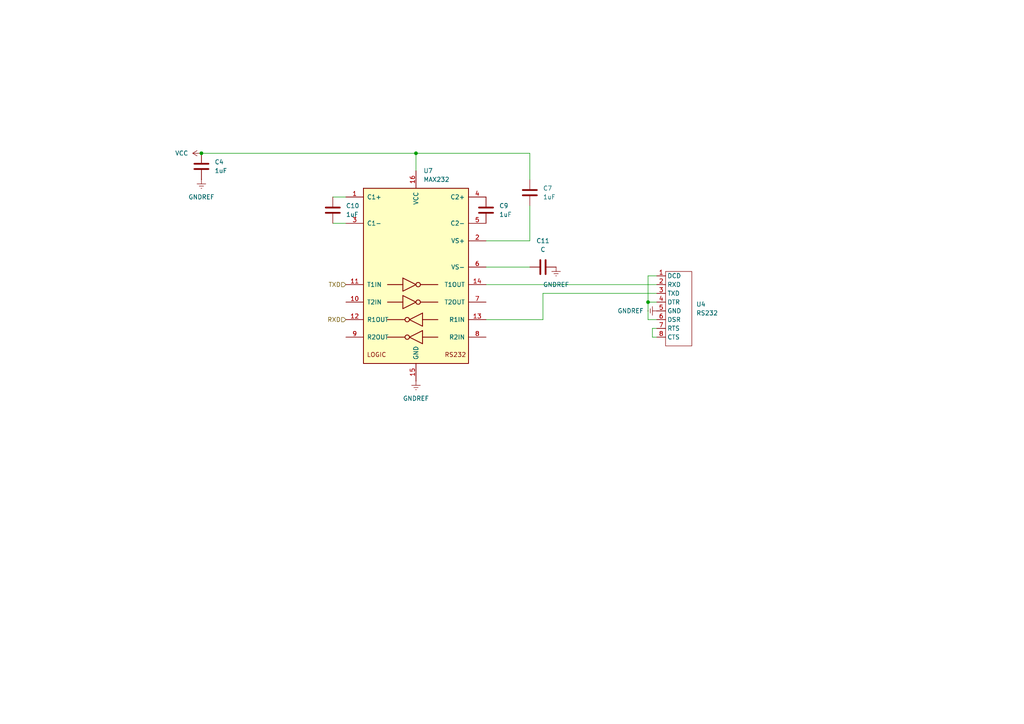
<source format=kicad_sch>
(kicad_sch (version 20250114) (generator "eeschema") (generator_version "9.0")
  (paper "A4")
  (lib_symbols
    (symbol "Device:C" (pin_numbers (hide yes)) (pin_names (offset 0.254))
      (property "Reference" "C" (at 0.635 2.54 0))
      (property "Value" "C" (at 0.635 -2.54 0))
      (symbol "C_0_1"
        (polyline (pts (xy -2.032 0.762) (xy 2.032 0.762)) (stroke (width 0.508)))
        (polyline (pts (xy -2.032 -0.762) (xy 2.032 -0.762)) (stroke (width 0.508)))
      )
      (symbol "C_1_1"
        (pin passive line (at 0 3.81 270) (length 2.794) (name "~") (number "1"))
        (pin passive line (at 0 -3.81 90) (length 2.794) (name "~") (number "2"))
      )
    )
    (symbol "ESD:MAX232" (pin_names (offset 1.016))
      (property "Reference" "U5" (at 2.1941 30.48 0))
      (property "Value" "MAX232" (at 2.1941 27.94 0))
      (symbol "MAX232_0_0"
        (text "LOGIC" (at -11.43 -22.86 0) (effects (font (size 1.27 1.27))))
        (text "RS232" (at 11.43 -22.86 0) (effects (font (size 1.27 1.27))))
      )
      (symbol "MAX232_0_1"
        (rectangle (start -15.24 -25.4) (end 15.24 25.4) (stroke (width 0.254)) (fill (type background)))
        (polyline (pts (xy -3.81 -0.635) (xy -3.81 -4.445) (xy 0 -2.54) (xy -3.81 -0.635)) (stroke (width 0.254)))
        (polyline (pts (xy -3.81 -2.54) (xy -8.255 -2.54)) (stroke (width 0.254)))
        (polyline (pts (xy -3.81 -5.715) (xy -3.81 -9.525) (xy 0 -7.62) (xy -3.81 -5.715)) (stroke (width 0.254)))
        (polyline (pts (xy -3.81 -7.62) (xy -8.255 -7.62)) (stroke (width 0.254)))
        (polyline (pts (xy -3.175 -12.7) (xy -8.255 -12.7)) (stroke (width 0.254)))
        (polyline (pts (xy -3.175 -17.78) (xy -8.255 -17.78)) (stroke (width 0.254)))
        (circle (center -2.54 -12.7) (radius 0.635) (stroke (width 0.254)))
        (circle (center -2.54 -17.78) (radius 0.635) (stroke (width 0.254)))
        (circle (center 0.635 -2.54) (radius 0.635) (stroke (width 0.254)))
        (circle (center 0.635 -7.62) (radius 0.635) (stroke (width 0.254)))
        (polyline (pts (xy 1.27 -2.54) (xy 6.35 -2.54)) (stroke (width 0.254)))
        (polyline (pts (xy 1.27 -7.62) (xy 6.35 -7.62)) (stroke (width 0.254)))
        (polyline (pts (xy 1.905 -10.795) (xy 1.905 -14.605) (xy -1.905 -12.7) (xy 1.905 -10.795)) (stroke (width 0.254)))
        (polyline (pts (xy 1.905 -12.7) (xy 6.35 -12.7)) (stroke (width 0.254)))
        (polyline (pts (xy 1.905 -15.875) (xy 1.905 -19.685) (xy -1.905 -17.78) (xy 1.905 -15.875)) (stroke (width 0.254)))
        (polyline (pts (xy 1.905 -17.78) (xy 6.35 -17.78)) (stroke (width 0.254)))
      )
      (symbol "MAX232_1_1"
        (pin passive line (at -20.32 22.86 0) (length 5.08) (name "C1+") (number "1"))
        (pin passive line (at -20.32 15.24 0) (length 5.08) (name "C1-") (number "3"))
        (pin input line (at -20.32 -2.54 0) (length 5.08) (name "T1IN") (number "11"))
        (pin input line (at -20.32 -7.62 0) (length 5.08) (name "T2IN") (number "10"))
        (pin output line (at -20.32 -12.7 0) (length 5.08) (name "R1OUT") (number "12"))
        (pin output line (at -20.32 -17.78 0) (length 5.08) (name "R2OUT") (number "9"))
        (pin power_in line (at 0 30.48 270) (length 5.08) (name "VCC") (number "16"))
        (pin power_in line (at 0 -30.48 90) (length 5.08) (name "GND") (number "15"))
        (pin passive line (at 20.32 22.86 180) (length 5.08) (name "C2+") (number "4"))
        (pin passive line (at 20.32 15.24 180) (length 5.08) (name "C2-") (number "5"))
        (pin power_out line (at 20.32 10.16 180) (length 5.08) (name "VS+") (number "2"))
        (pin power_out line (at 20.32 2.54 180) (length 5.08) (name "VS-") (number "6"))
        (pin output line (at 20.32 -2.54 180) (length 5.08) (name "T1OUT") (number "14"))
        (pin output line (at 20.32 -7.62 180) (length 5.08) (name "T2OUT") (number "7"))
        (pin input line (at 20.32 -12.7 180) (length 5.08) (name "R1IN") (number "13"))
        (pin input line (at 20.32 -17.78 180) (length 5.08) (name "R2IN") (number "8"))
      )
    )
    (symbol "ESD:RS232_"
      (property "Reference" "U9" (at 3.81 -22.86 90))
      (property "Value" "RS232" (at 8.89 -8.89 90))
      (symbol "RS232__0_1"
        (rectangle (start 0 0) (end 7.62 -21.59))
      )
      (symbol "RS232__1_1"
        (pin input line (at -2.54 -1.27 0) (length 2.54) (name "DCD") (number "1"))
        (pin output line (at -2.54 -3.81 0) (length 2.54) (name "RXD") (number "2"))
        (pin input line (at -2.54 -6.35 0) (length 2.54) (name "TXD") (number "3"))
        (pin input line (at -2.54 -8.89 0) (length 2.54) (name "DTR") (number "4"))
        (pin input line (at -2.54 -11.43 0) (length 2.54) (name "GND") (number "5"))
        (pin input line (at -2.54 -13.97 0) (length 2.54) (name "DSR") (number "6"))
        (pin input line (at -2.54 -16.51 0) (length 2.54) (name "RTS") (number "7"))
        (pin input line (at -2.54 -19.05 0) (length 2.54) (name "CTS") (number "8"))
      )
    )
    (symbol "power:GNDREF" (power) (pin_numbers (hide yes)) (pin_names (offset 0) (hide yes))
      (property "Value" "GNDREF" (at 0 -3.81 0))
      (symbol "GNDREF_0_1"
        (polyline (pts (xy -0.635 -1.905) (xy 0.635 -1.905)))
        (polyline (pts (xy -0.127 -2.54) (xy 0.127 -2.54)))
        (polyline (pts (xy 0 -1.27) (xy 0 0)))
        (polyline (pts (xy 1.27 -1.27) (xy -1.27 -1.27)))
      )
      (symbol "GNDREF_1_1"
        (pin power_in line (at 0 0 270) (length 0) (name "~") (number "1"))
      )
    )
    (symbol "power:VCC" (power) (pin_numbers (hide yes)) (pin_names (offset 0) (hide yes))
      (property "Value" "VCC" (at 0 3.556 0))
      (symbol "VCC_0_1"
        (polyline (pts (xy -0.762 1.27) (xy 0 2.54)))
        (polyline (pts (xy 0 2.54) (xy 0.762 1.27)))
        (polyline (pts (xy 0 0) (xy 0 2.54)))
      )
      (symbol "VCC_1_1"
        (pin power_in line (at 0 0 90) (length 0) (name "~") (number "1"))
      )
    )
  )
  (junction (at 120.65 44.45))
  (junction (at 58.42 44.45))
  (junction (at 187.96 87.63))
  (wire (pts (xy 153.67 44.45) (xy 153.67 52.07)))
  (wire (pts (xy 190.5 87.63) (xy 187.96 87.63)))
  (wire (pts (xy 153.67 69.85) (xy 140.97 69.85)))
  (wire (pts (xy 157.48 92.71) (xy 157.48 85.09)))
  (wire (pts (xy 58.42 44.45) (xy 120.65 44.45)))
  (wire (pts (xy 140.97 92.71) (xy 157.48 92.71)))
  (wire (pts (xy 189.23 95.25) (xy 189.23 97.79)))
  (wire (pts (xy 120.65 44.45) (xy 153.67 44.45)))
  (wire (pts (xy 96.52 57.15) (xy 100.33 57.15)))
  (wire (pts (xy 187.96 80.01) (xy 190.5 80.01)))
  (wire (pts (xy 187.96 92.71) (xy 190.5 92.71)))
  (wire (pts (xy 140.97 82.55) (xy 190.5 82.55)))
  (wire (pts (xy 120.65 44.45) (xy 120.65 49.53)))
  (wire (pts (xy 153.67 77.47) (xy 140.97 77.47)))
  (wire (pts (xy 187.96 87.63) (xy 187.96 80.01)))
  (wire (pts (xy 96.52 64.77) (xy 100.33 64.77)))
  (wire (pts (xy 189.23 97.79) (xy 190.5 97.79)))
  (wire (pts (xy 190.5 95.25) (xy 189.23 95.25)))
  (wire (pts (xy 157.48 85.09) (xy 190.5 85.09)))
  (wire (pts (xy 153.67 59.69) (xy 153.67 69.85)))
  (wire (pts (xy 187.96 87.63) (xy 187.96 92.71)))
  (hierarchical_label "TXD" (shape input) (at 100.33 82.55 180))
  (hierarchical_label "RXD" (shape input) (at 100.33 92.71 180))
  (symbol (lib_id "Device:C") (at 96.52 60.96 0) (unit 1)
    (property "Reference" "C10" (at 100.33 59.6899 0) (effects (justify left)))
    (property "Value" "1uF" (at 100.33 62.2299 0) (effects (justify left)))
    (property "Description" "Unpolarized capacitor" (effects (hide yes)))
  )
  (symbol (lib_id "Device:C") (at 153.67 55.88 0) (unit 1)
    (property "Reference" "C7" (at 157.48 54.6099 0) (effects (justify left)))
    (property "Value" "1uF" (at 157.48 57.1499 0) (effects (justify left)))
    (property "Description" "Unpolarized capacitor" (effects (hide yes)))
  )
  (symbol (lib_id "power:GNDREF") (at 190.5 90.17 270) (unit 1)
    (property "Reference" "#PWR026" (effects (hide yes)))
    (property "Value" "GNDREF" (at 186.69 90.1699 90) (effects (justify right)))
    (property "Description" "Power symbol creates a global label with name \"GNDREF\" , reference supply ground" (effects (hide yes)))
  )
  (symbol (lib_id "power:VCC") (at 58.42 44.45 90) (unit 1)
    (property "Reference" "#PWR023" (effects (hide yes)))
    (property "Value" "VCC" (at 54.61 44.4499 90) (effects (justify left)))
    (property "Description" "Power symbol creates a global label with name \"VCC\"" (effects (hide yes)))
  )
  (symbol (lib_id "ESD:RS232_") (at 193.04 78.74 0) (unit 1)
    (property "Reference" "U4" (at 201.93 88.2649 0) (effects (justify left)))
    (property "Value" "RS232" (at 201.93 90.8049 0) (effects (justify left)))
  )
  (symbol (lib_id "Device:C") (at 157.48 77.47 90) (unit 1)
    (property "Reference" "C11" (at 157.48 69.85 90))
    (property "Value" "C" (at 157.48 72.39 90))
    (property "Description" "Unpolarized capacitor" (effects (hide yes)))
  )
  (symbol (lib_id "power:GNDREF") (at 120.65 110.49 0) (unit 1)
    (property "Reference" "#PWR027" (effects (hide yes)))
    (property "Value" "GNDREF" (at 120.65 115.57 0))
    (property "Description" "Power symbol creates a global label with name \"GNDREF\" , reference supply ground" (effects (hide yes)))
  )
  (symbol (lib_id "power:GNDREF") (at 58.42 52.07 0) (unit 1)
    (property "Reference" "#PWR024" (effects (hide yes)))
    (property "Value" "GNDREF" (at 58.42 57.15 0))
    (property "Description" "Power symbol creates a global label with name \"GNDREF\" , reference supply ground" (effects (hide yes)))
  )
  (symbol (lib_id "Device:C") (at 140.97 60.96 0) (unit 1)
    (property "Reference" "C9" (at 144.78 59.6899 0) (effects (justify left)))
    (property "Value" "1uF" (at 144.78 62.2299 0) (effects (justify left)))
    (property "Description" "Unpolarized capacitor" (effects (hide yes)))
  )
  (symbol (lib_id "ESD:MAX232") (at 120.65 80.01 0) (unit 1)
    (property "Reference" "U7" (at 122.7933 49.53 0) (effects (justify left)))
    (property "Value" "MAX232" (at 122.7933 52.07 0) (effects (justify left)))
    (property "Datasheet" "http://www.ti.com/lit/ds/symlink/max232.pdf" (effects (hide yes)))
  )
  (symbol (lib_id "power:GNDREF") (at 161.29 77.47 0) (unit 1)
    (property "Reference" "#PWR025" (effects (hide yes)))
    (property "Value" "GNDREF" (at 161.29 82.55 0))
    (property "Description" "Power symbol creates a global label with name \"GNDREF\" , reference supply ground" (effects (hide yes)))
  )
  (symbol (lib_id "Device:C") (at 58.42 48.26 0) (unit 1)
    (property "Reference" "C4" (at 62.23 46.9899 0) (effects (justify left)))
    (property "Value" "1uF" (at 62.23 49.5299 0) (effects (justify left)))
    (property "Description" "Unpolarized capacitor" (effects (hide yes)))
  )
)
</source>
